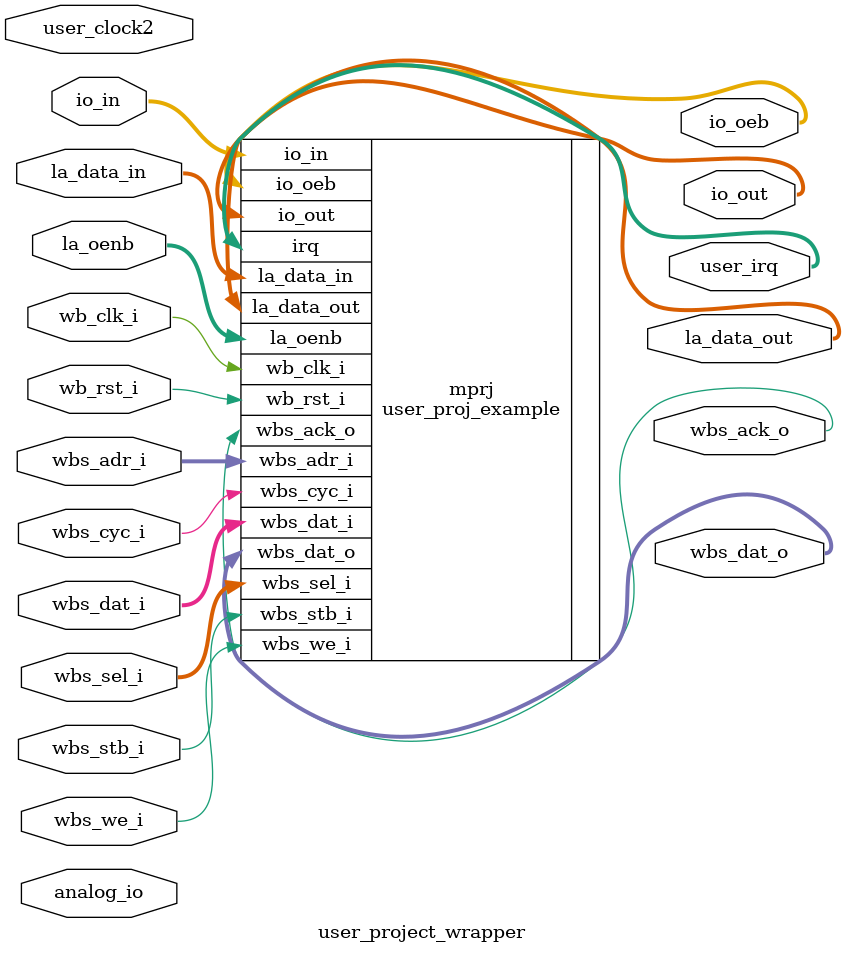
<source format=v>
module user_project_wrapper (user_clock2,
    wb_clk_i,
    wb_rst_i,
    wbs_ack_o,
    wbs_cyc_i,
    wbs_stb_i,
    wbs_we_i,
    analog_io,
    io_in,
    io_oeb,
    io_out,
    la_data_in,
    la_data_out,
    la_oenb,
    user_irq,
    wbs_adr_i,
    wbs_dat_i,
    wbs_dat_o,
    wbs_sel_i);
 input user_clock2;
 input wb_clk_i;
 input wb_rst_i;
 output wbs_ack_o;
 input wbs_cyc_i;
 input wbs_stb_i;
 input wbs_we_i;
 inout [28:0] analog_io;
 input [37:0] io_in;
 output [37:0] io_oeb;
 output [37:0] io_out;
 input [127:0] la_data_in;
 output [127:0] la_data_out;
 input [127:0] la_oenb;
 output [2:0] user_irq;
 input [31:0] wbs_adr_i;
 input [31:0] wbs_dat_i;
 output [31:0] wbs_dat_o;
 input [3:0] wbs_sel_i;


 user_proj_example mprj (.wb_clk_i(wb_clk_i),
    .wb_rst_i(wb_rst_i),
    .wbs_ack_o(wbs_ack_o),
    .wbs_cyc_i(wbs_cyc_i),
    .wbs_stb_i(wbs_stb_i),
    .wbs_we_i(wbs_we_i),
    .io_in({io_in[37],
    io_in[36],
    io_in[35],
    io_in[34],
    io_in[33],
    io_in[32],
    io_in[31],
    io_in[30],
    io_in[29],
    io_in[28],
    io_in[27],
    io_in[26],
    io_in[25],
    io_in[24],
    io_in[23],
    io_in[22],
    io_in[21],
    io_in[20],
    io_in[19],
    io_in[18],
    io_in[17],
    io_in[16],
    io_in[15],
    io_in[14],
    io_in[13],
    io_in[12],
    io_in[11],
    io_in[10],
    io_in[9],
    io_in[8],
    io_in[7],
    io_in[6],
    io_in[5],
    io_in[4],
    io_in[3],
    io_in[2],
    io_in[1],
    io_in[0]}),
    .io_oeb({io_oeb[37],
    io_oeb[36],
    io_oeb[35],
    io_oeb[34],
    io_oeb[33],
    io_oeb[32],
    io_oeb[31],
    io_oeb[30],
    io_oeb[29],
    io_oeb[28],
    io_oeb[27],
    io_oeb[26],
    io_oeb[25],
    io_oeb[24],
    io_oeb[23],
    io_oeb[22],
    io_oeb[21],
    io_oeb[20],
    io_oeb[19],
    io_oeb[18],
    io_oeb[17],
    io_oeb[16],
    io_oeb[15],
    io_oeb[14],
    io_oeb[13],
    io_oeb[12],
    io_oeb[11],
    io_oeb[10],
    io_oeb[9],
    io_oeb[8],
    io_oeb[7],
    io_oeb[6],
    io_oeb[5],
    io_oeb[4],
    io_oeb[3],
    io_oeb[2],
    io_oeb[1],
    io_oeb[0]}),
    .io_out({io_out[37],
    io_out[36],
    io_out[35],
    io_out[34],
    io_out[33],
    io_out[32],
    io_out[31],
    io_out[30],
    io_out[29],
    io_out[28],
    io_out[27],
    io_out[26],
    io_out[25],
    io_out[24],
    io_out[23],
    io_out[22],
    io_out[21],
    io_out[20],
    io_out[19],
    io_out[18],
    io_out[17],
    io_out[16],
    io_out[15],
    io_out[14],
    io_out[13],
    io_out[12],
    io_out[11],
    io_out[10],
    io_out[9],
    io_out[8],
    io_out[7],
    io_out[6],
    io_out[5],
    io_out[4],
    io_out[3],
    io_out[2],
    io_out[1],
    io_out[0]}),
    .irq({user_irq[2],
    user_irq[1],
    user_irq[0]}),
    .la_data_in({la_data_in[127],
    la_data_in[126],
    la_data_in[125],
    la_data_in[124],
    la_data_in[123],
    la_data_in[122],
    la_data_in[121],
    la_data_in[120],
    la_data_in[119],
    la_data_in[118],
    la_data_in[117],
    la_data_in[116],
    la_data_in[115],
    la_data_in[114],
    la_data_in[113],
    la_data_in[112],
    la_data_in[111],
    la_data_in[110],
    la_data_in[109],
    la_data_in[108],
    la_data_in[107],
    la_data_in[106],
    la_data_in[105],
    la_data_in[104],
    la_data_in[103],
    la_data_in[102],
    la_data_in[101],
    la_data_in[100],
    la_data_in[99],
    la_data_in[98],
    la_data_in[97],
    la_data_in[96],
    la_data_in[95],
    la_data_in[94],
    la_data_in[93],
    la_data_in[92],
    la_data_in[91],
    la_data_in[90],
    la_data_in[89],
    la_data_in[88],
    la_data_in[87],
    la_data_in[86],
    la_data_in[85],
    la_data_in[84],
    la_data_in[83],
    la_data_in[82],
    la_data_in[81],
    la_data_in[80],
    la_data_in[79],
    la_data_in[78],
    la_data_in[77],
    la_data_in[76],
    la_data_in[75],
    la_data_in[74],
    la_data_in[73],
    la_data_in[72],
    la_data_in[71],
    la_data_in[70],
    la_data_in[69],
    la_data_in[68],
    la_data_in[67],
    la_data_in[66],
    la_data_in[65],
    la_data_in[64],
    la_data_in[63],
    la_data_in[62],
    la_data_in[61],
    la_data_in[60],
    la_data_in[59],
    la_data_in[58],
    la_data_in[57],
    la_data_in[56],
    la_data_in[55],
    la_data_in[54],
    la_data_in[53],
    la_data_in[52],
    la_data_in[51],
    la_data_in[50],
    la_data_in[49],
    la_data_in[48],
    la_data_in[47],
    la_data_in[46],
    la_data_in[45],
    la_data_in[44],
    la_data_in[43],
    la_data_in[42],
    la_data_in[41],
    la_data_in[40],
    la_data_in[39],
    la_data_in[38],
    la_data_in[37],
    la_data_in[36],
    la_data_in[35],
    la_data_in[34],
    la_data_in[33],
    la_data_in[32],
    la_data_in[31],
    la_data_in[30],
    la_data_in[29],
    la_data_in[28],
    la_data_in[27],
    la_data_in[26],
    la_data_in[25],
    la_data_in[24],
    la_data_in[23],
    la_data_in[22],
    la_data_in[21],
    la_data_in[20],
    la_data_in[19],
    la_data_in[18],
    la_data_in[17],
    la_data_in[16],
    la_data_in[15],
    la_data_in[14],
    la_data_in[13],
    la_data_in[12],
    la_data_in[11],
    la_data_in[10],
    la_data_in[9],
    la_data_in[8],
    la_data_in[7],
    la_data_in[6],
    la_data_in[5],
    la_data_in[4],
    la_data_in[3],
    la_data_in[2],
    la_data_in[1],
    la_data_in[0]}),
    .la_data_out({la_data_out[127],
    la_data_out[126],
    la_data_out[125],
    la_data_out[124],
    la_data_out[123],
    la_data_out[122],
    la_data_out[121],
    la_data_out[120],
    la_data_out[119],
    la_data_out[118],
    la_data_out[117],
    la_data_out[116],
    la_data_out[115],
    la_data_out[114],
    la_data_out[113],
    la_data_out[112],
    la_data_out[111],
    la_data_out[110],
    la_data_out[109],
    la_data_out[108],
    la_data_out[107],
    la_data_out[106],
    la_data_out[105],
    la_data_out[104],
    la_data_out[103],
    la_data_out[102],
    la_data_out[101],
    la_data_out[100],
    la_data_out[99],
    la_data_out[98],
    la_data_out[97],
    la_data_out[96],
    la_data_out[95],
    la_data_out[94],
    la_data_out[93],
    la_data_out[92],
    la_data_out[91],
    la_data_out[90],
    la_data_out[89],
    la_data_out[88],
    la_data_out[87],
    la_data_out[86],
    la_data_out[85],
    la_data_out[84],
    la_data_out[83],
    la_data_out[82],
    la_data_out[81],
    la_data_out[80],
    la_data_out[79],
    la_data_out[78],
    la_data_out[77],
    la_data_out[76],
    la_data_out[75],
    la_data_out[74],
    la_data_out[73],
    la_data_out[72],
    la_data_out[71],
    la_data_out[70],
    la_data_out[69],
    la_data_out[68],
    la_data_out[67],
    la_data_out[66],
    la_data_out[65],
    la_data_out[64],
    la_data_out[63],
    la_data_out[62],
    la_data_out[61],
    la_data_out[60],
    la_data_out[59],
    la_data_out[58],
    la_data_out[57],
    la_data_out[56],
    la_data_out[55],
    la_data_out[54],
    la_data_out[53],
    la_data_out[52],
    la_data_out[51],
    la_data_out[50],
    la_data_out[49],
    la_data_out[48],
    la_data_out[47],
    la_data_out[46],
    la_data_out[45],
    la_data_out[44],
    la_data_out[43],
    la_data_out[42],
    la_data_out[41],
    la_data_out[40],
    la_data_out[39],
    la_data_out[38],
    la_data_out[37],
    la_data_out[36],
    la_data_out[35],
    la_data_out[34],
    la_data_out[33],
    la_data_out[32],
    la_data_out[31],
    la_data_out[30],
    la_data_out[29],
    la_data_out[28],
    la_data_out[27],
    la_data_out[26],
    la_data_out[25],
    la_data_out[24],
    la_data_out[23],
    la_data_out[22],
    la_data_out[21],
    la_data_out[20],
    la_data_out[19],
    la_data_out[18],
    la_data_out[17],
    la_data_out[16],
    la_data_out[15],
    la_data_out[14],
    la_data_out[13],
    la_data_out[12],
    la_data_out[11],
    la_data_out[10],
    la_data_out[9],
    la_data_out[8],
    la_data_out[7],
    la_data_out[6],
    la_data_out[5],
    la_data_out[4],
    la_data_out[3],
    la_data_out[2],
    la_data_out[1],
    la_data_out[0]}),
    .la_oenb({la_oenb[127],
    la_oenb[126],
    la_oenb[125],
    la_oenb[124],
    la_oenb[123],
    la_oenb[122],
    la_oenb[121],
    la_oenb[120],
    la_oenb[119],
    la_oenb[118],
    la_oenb[117],
    la_oenb[116],
    la_oenb[115],
    la_oenb[114],
    la_oenb[113],
    la_oenb[112],
    la_oenb[111],
    la_oenb[110],
    la_oenb[109],
    la_oenb[108],
    la_oenb[107],
    la_oenb[106],
    la_oenb[105],
    la_oenb[104],
    la_oenb[103],
    la_oenb[102],
    la_oenb[101],
    la_oenb[100],
    la_oenb[99],
    la_oenb[98],
    la_oenb[97],
    la_oenb[96],
    la_oenb[95],
    la_oenb[94],
    la_oenb[93],
    la_oenb[92],
    la_oenb[91],
    la_oenb[90],
    la_oenb[89],
    la_oenb[88],
    la_oenb[87],
    la_oenb[86],
    la_oenb[85],
    la_oenb[84],
    la_oenb[83],
    la_oenb[82],
    la_oenb[81],
    la_oenb[80],
    la_oenb[79],
    la_oenb[78],
    la_oenb[77],
    la_oenb[76],
    la_oenb[75],
    la_oenb[74],
    la_oenb[73],
    la_oenb[72],
    la_oenb[71],
    la_oenb[70],
    la_oenb[69],
    la_oenb[68],
    la_oenb[67],
    la_oenb[66],
    la_oenb[65],
    la_oenb[64],
    la_oenb[63],
    la_oenb[62],
    la_oenb[61],
    la_oenb[60],
    la_oenb[59],
    la_oenb[58],
    la_oenb[57],
    la_oenb[56],
    la_oenb[55],
    la_oenb[54],
    la_oenb[53],
    la_oenb[52],
    la_oenb[51],
    la_oenb[50],
    la_oenb[49],
    la_oenb[48],
    la_oenb[47],
    la_oenb[46],
    la_oenb[45],
    la_oenb[44],
    la_oenb[43],
    la_oenb[42],
    la_oenb[41],
    la_oenb[40],
    la_oenb[39],
    la_oenb[38],
    la_oenb[37],
    la_oenb[36],
    la_oenb[35],
    la_oenb[34],
    la_oenb[33],
    la_oenb[32],
    la_oenb[31],
    la_oenb[30],
    la_oenb[29],
    la_oenb[28],
    la_oenb[27],
    la_oenb[26],
    la_oenb[25],
    la_oenb[24],
    la_oenb[23],
    la_oenb[22],
    la_oenb[21],
    la_oenb[20],
    la_oenb[19],
    la_oenb[18],
    la_oenb[17],
    la_oenb[16],
    la_oenb[15],
    la_oenb[14],
    la_oenb[13],
    la_oenb[12],
    la_oenb[11],
    la_oenb[10],
    la_oenb[9],
    la_oenb[8],
    la_oenb[7],
    la_oenb[6],
    la_oenb[5],
    la_oenb[4],
    la_oenb[3],
    la_oenb[2],
    la_oenb[1],
    la_oenb[0]}),
    .wbs_adr_i({wbs_adr_i[31],
    wbs_adr_i[30],
    wbs_adr_i[29],
    wbs_adr_i[28],
    wbs_adr_i[27],
    wbs_adr_i[26],
    wbs_adr_i[25],
    wbs_adr_i[24],
    wbs_adr_i[23],
    wbs_adr_i[22],
    wbs_adr_i[21],
    wbs_adr_i[20],
    wbs_adr_i[19],
    wbs_adr_i[18],
    wbs_adr_i[17],
    wbs_adr_i[16],
    wbs_adr_i[15],
    wbs_adr_i[14],
    wbs_adr_i[13],
    wbs_adr_i[12],
    wbs_adr_i[11],
    wbs_adr_i[10],
    wbs_adr_i[9],
    wbs_adr_i[8],
    wbs_adr_i[7],
    wbs_adr_i[6],
    wbs_adr_i[5],
    wbs_adr_i[4],
    wbs_adr_i[3],
    wbs_adr_i[2],
    wbs_adr_i[1],
    wbs_adr_i[0]}),
    .wbs_dat_i({wbs_dat_i[31],
    wbs_dat_i[30],
    wbs_dat_i[29],
    wbs_dat_i[28],
    wbs_dat_i[27],
    wbs_dat_i[26],
    wbs_dat_i[25],
    wbs_dat_i[24],
    wbs_dat_i[23],
    wbs_dat_i[22],
    wbs_dat_i[21],
    wbs_dat_i[20],
    wbs_dat_i[19],
    wbs_dat_i[18],
    wbs_dat_i[17],
    wbs_dat_i[16],
    wbs_dat_i[15],
    wbs_dat_i[14],
    wbs_dat_i[13],
    wbs_dat_i[12],
    wbs_dat_i[11],
    wbs_dat_i[10],
    wbs_dat_i[9],
    wbs_dat_i[8],
    wbs_dat_i[7],
    wbs_dat_i[6],
    wbs_dat_i[5],
    wbs_dat_i[4],
    wbs_dat_i[3],
    wbs_dat_i[2],
    wbs_dat_i[1],
    wbs_dat_i[0]}),
    .wbs_dat_o({wbs_dat_o[31],
    wbs_dat_o[30],
    wbs_dat_o[29],
    wbs_dat_o[28],
    wbs_dat_o[27],
    wbs_dat_o[26],
    wbs_dat_o[25],
    wbs_dat_o[24],
    wbs_dat_o[23],
    wbs_dat_o[22],
    wbs_dat_o[21],
    wbs_dat_o[20],
    wbs_dat_o[19],
    wbs_dat_o[18],
    wbs_dat_o[17],
    wbs_dat_o[16],
    wbs_dat_o[15],
    wbs_dat_o[14],
    wbs_dat_o[13],
    wbs_dat_o[12],
    wbs_dat_o[11],
    wbs_dat_o[10],
    wbs_dat_o[9],
    wbs_dat_o[8],
    wbs_dat_o[7],
    wbs_dat_o[6],
    wbs_dat_o[5],
    wbs_dat_o[4],
    wbs_dat_o[3],
    wbs_dat_o[2],
    wbs_dat_o[1],
    wbs_dat_o[0]}),
    .wbs_sel_i({wbs_sel_i[3],
    wbs_sel_i[2],
    wbs_sel_i[1],
    wbs_sel_i[0]}));
endmodule


</source>
